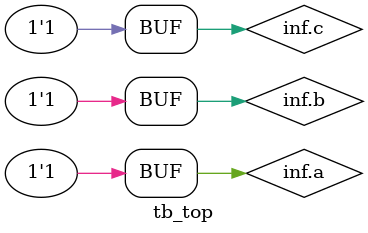
<source format=sv>
module half_adder(input a,b, output s_out,c_out);
  assign s_out = a^b;
  assign c_out = a&b;
endmodule
module full_adder(fa_if inf);
    wire s0,c0,c1;
    half_adder HA1(inf.a , inf.b,s0,c0);
    half_adder HA2(inf.c , s0, inf.s_out, c1);
    assign inf.c_out = c0|c1;
  endmodule

//Interface
interface fa_if;
  logic a,b,c;
  logic s_out, c_out;
endinterface

//top module
  module tb_top;
    fa_if inf();
    full_adder fa(inf);
    initial begin
      $monitor("a=%b b=%b c=%b sum=%b carry=%b",inf.a,inf.b,inf.c,inf.s_out,inf.c_out);
      inf.a = 1;
      inf.b = 0;
      inf.c = 0;
      #10;
      inf.a = 1;
      inf.b = 1;
      inf.c = 0;
      #10;
      inf.a = 1;
      inf.b = 1;
      inf.c = 1;
      #10;
    end
  endmodule

</source>
